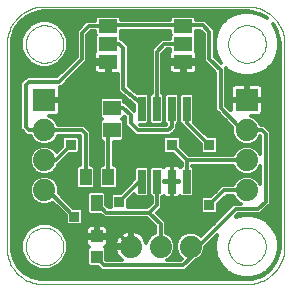
<source format=gtl>
G75*
G70*
%OFA0B0*%
%FSLAX24Y24*%
%IPPOS*%
%LPD*%
%AMOC8*
5,1,8,0,0,1.08239X$1,22.5*
%
%ADD10C,0.0000*%
%ADD11R,0.0740X0.0740*%
%ADD12C,0.0740*%
%ADD13R,0.0394X0.0433*%
%ADD14R,0.0260X0.0800*%
%ADD15R,0.0630X0.0460*%
%ADD16R,0.0394X0.0551*%
%ADD17R,0.0591X0.0512*%
%ADD18C,0.0120*%
%ADD19R,0.0356X0.0356*%
D10*
X000536Y001785D02*
X000534Y001719D01*
X000536Y001653D01*
X000542Y001587D01*
X000551Y001521D01*
X000564Y001456D01*
X000581Y001391D01*
X000601Y001328D01*
X000625Y001266D01*
X000652Y001206D01*
X000683Y001147D01*
X000717Y001089D01*
X000754Y001034D01*
X000794Y000981D01*
X000837Y000931D01*
X000882Y000882D01*
X000931Y000837D01*
X000981Y000794D01*
X001034Y000754D01*
X001089Y000717D01*
X001147Y000683D01*
X001206Y000652D01*
X001266Y000625D01*
X001328Y000601D01*
X001391Y000581D01*
X001456Y000564D01*
X001521Y000551D01*
X001587Y000542D01*
X001653Y000536D01*
X001719Y000534D01*
X001785Y000536D01*
X001785Y000535D02*
X008535Y000535D01*
X008603Y000537D01*
X008670Y000542D01*
X008737Y000551D01*
X008804Y000564D01*
X008869Y000581D01*
X008934Y000600D01*
X008998Y000624D01*
X009060Y000651D01*
X009121Y000681D01*
X009179Y000714D01*
X009236Y000750D01*
X009291Y000790D01*
X009344Y000832D01*
X009395Y000878D01*
X009442Y000925D01*
X009488Y000976D01*
X009530Y001029D01*
X009570Y001084D01*
X009606Y001141D01*
X009639Y001199D01*
X009669Y001260D01*
X009696Y001322D01*
X009720Y001386D01*
X009739Y001451D01*
X009756Y001516D01*
X009769Y001583D01*
X009778Y001650D01*
X009783Y001717D01*
X009785Y001785D01*
X009785Y008535D01*
X009783Y008603D01*
X009778Y008670D01*
X009769Y008737D01*
X009756Y008804D01*
X009739Y008869D01*
X009720Y008934D01*
X009696Y008998D01*
X009669Y009060D01*
X009639Y009121D01*
X009606Y009179D01*
X009570Y009236D01*
X009530Y009291D01*
X009488Y009344D01*
X009442Y009395D01*
X009395Y009442D01*
X009344Y009488D01*
X009291Y009530D01*
X009236Y009570D01*
X009179Y009606D01*
X009121Y009639D01*
X009060Y009669D01*
X008998Y009696D01*
X008934Y009720D01*
X008869Y009739D01*
X008804Y009756D01*
X008737Y009769D01*
X008670Y009778D01*
X008603Y009783D01*
X008535Y009785D01*
X001785Y009785D01*
X001160Y008535D02*
X001162Y008585D01*
X001168Y008634D01*
X001178Y008683D01*
X001191Y008730D01*
X001209Y008777D01*
X001230Y008822D01*
X001254Y008865D01*
X001282Y008906D01*
X001313Y008945D01*
X001347Y008981D01*
X001384Y009015D01*
X001424Y009045D01*
X001465Y009072D01*
X001509Y009096D01*
X001554Y009116D01*
X001601Y009132D01*
X001649Y009145D01*
X001698Y009154D01*
X001748Y009159D01*
X001797Y009160D01*
X001847Y009157D01*
X001896Y009150D01*
X001945Y009139D01*
X001992Y009125D01*
X002038Y009106D01*
X002083Y009084D01*
X002126Y009059D01*
X002166Y009030D01*
X002204Y008998D01*
X002240Y008964D01*
X002273Y008926D01*
X002302Y008886D01*
X002328Y008844D01*
X002351Y008800D01*
X002370Y008754D01*
X002386Y008707D01*
X002398Y008658D01*
X002406Y008609D01*
X002410Y008560D01*
X002410Y008510D01*
X002406Y008461D01*
X002398Y008412D01*
X002386Y008363D01*
X002370Y008316D01*
X002351Y008270D01*
X002328Y008226D01*
X002302Y008184D01*
X002273Y008144D01*
X002240Y008106D01*
X002204Y008072D01*
X002166Y008040D01*
X002126Y008011D01*
X002083Y007986D01*
X002038Y007964D01*
X001992Y007945D01*
X001945Y007931D01*
X001896Y007920D01*
X001847Y007913D01*
X001797Y007910D01*
X001748Y007911D01*
X001698Y007916D01*
X001649Y007925D01*
X001601Y007938D01*
X001554Y007954D01*
X001509Y007974D01*
X001465Y007998D01*
X001424Y008025D01*
X001384Y008055D01*
X001347Y008089D01*
X001313Y008125D01*
X001282Y008164D01*
X001254Y008205D01*
X001230Y008248D01*
X001209Y008293D01*
X001191Y008340D01*
X001178Y008387D01*
X001168Y008436D01*
X001162Y008485D01*
X001160Y008535D01*
X000535Y008535D02*
X000535Y001785D01*
X001160Y001785D02*
X001162Y001835D01*
X001168Y001884D01*
X001178Y001933D01*
X001191Y001980D01*
X001209Y002027D01*
X001230Y002072D01*
X001254Y002115D01*
X001282Y002156D01*
X001313Y002195D01*
X001347Y002231D01*
X001384Y002265D01*
X001424Y002295D01*
X001465Y002322D01*
X001509Y002346D01*
X001554Y002366D01*
X001601Y002382D01*
X001649Y002395D01*
X001698Y002404D01*
X001748Y002409D01*
X001797Y002410D01*
X001847Y002407D01*
X001896Y002400D01*
X001945Y002389D01*
X001992Y002375D01*
X002038Y002356D01*
X002083Y002334D01*
X002126Y002309D01*
X002166Y002280D01*
X002204Y002248D01*
X002240Y002214D01*
X002273Y002176D01*
X002302Y002136D01*
X002328Y002094D01*
X002351Y002050D01*
X002370Y002004D01*
X002386Y001957D01*
X002398Y001908D01*
X002406Y001859D01*
X002410Y001810D01*
X002410Y001760D01*
X002406Y001711D01*
X002398Y001662D01*
X002386Y001613D01*
X002370Y001566D01*
X002351Y001520D01*
X002328Y001476D01*
X002302Y001434D01*
X002273Y001394D01*
X002240Y001356D01*
X002204Y001322D01*
X002166Y001290D01*
X002126Y001261D01*
X002083Y001236D01*
X002038Y001214D01*
X001992Y001195D01*
X001945Y001181D01*
X001896Y001170D01*
X001847Y001163D01*
X001797Y001160D01*
X001748Y001161D01*
X001698Y001166D01*
X001649Y001175D01*
X001601Y001188D01*
X001554Y001204D01*
X001509Y001224D01*
X001465Y001248D01*
X001424Y001275D01*
X001384Y001305D01*
X001347Y001339D01*
X001313Y001375D01*
X001282Y001414D01*
X001254Y001455D01*
X001230Y001498D01*
X001209Y001543D01*
X001191Y001590D01*
X001178Y001637D01*
X001168Y001686D01*
X001162Y001735D01*
X001160Y001785D01*
X000535Y008535D02*
X000537Y008603D01*
X000542Y008670D01*
X000551Y008737D01*
X000564Y008804D01*
X000581Y008869D01*
X000600Y008934D01*
X000624Y008998D01*
X000651Y009060D01*
X000681Y009121D01*
X000714Y009179D01*
X000750Y009236D01*
X000790Y009291D01*
X000832Y009344D01*
X000878Y009395D01*
X000925Y009442D01*
X000976Y009488D01*
X001029Y009530D01*
X001084Y009570D01*
X001141Y009606D01*
X001199Y009639D01*
X001260Y009669D01*
X001322Y009696D01*
X001386Y009720D01*
X001451Y009739D01*
X001516Y009756D01*
X001583Y009769D01*
X001650Y009778D01*
X001717Y009783D01*
X001785Y009785D01*
X007910Y008535D02*
X007912Y008585D01*
X007918Y008634D01*
X007928Y008683D01*
X007941Y008730D01*
X007959Y008777D01*
X007980Y008822D01*
X008004Y008865D01*
X008032Y008906D01*
X008063Y008945D01*
X008097Y008981D01*
X008134Y009015D01*
X008174Y009045D01*
X008215Y009072D01*
X008259Y009096D01*
X008304Y009116D01*
X008351Y009132D01*
X008399Y009145D01*
X008448Y009154D01*
X008498Y009159D01*
X008547Y009160D01*
X008597Y009157D01*
X008646Y009150D01*
X008695Y009139D01*
X008742Y009125D01*
X008788Y009106D01*
X008833Y009084D01*
X008876Y009059D01*
X008916Y009030D01*
X008954Y008998D01*
X008990Y008964D01*
X009023Y008926D01*
X009052Y008886D01*
X009078Y008844D01*
X009101Y008800D01*
X009120Y008754D01*
X009136Y008707D01*
X009148Y008658D01*
X009156Y008609D01*
X009160Y008560D01*
X009160Y008510D01*
X009156Y008461D01*
X009148Y008412D01*
X009136Y008363D01*
X009120Y008316D01*
X009101Y008270D01*
X009078Y008226D01*
X009052Y008184D01*
X009023Y008144D01*
X008990Y008106D01*
X008954Y008072D01*
X008916Y008040D01*
X008876Y008011D01*
X008833Y007986D01*
X008788Y007964D01*
X008742Y007945D01*
X008695Y007931D01*
X008646Y007920D01*
X008597Y007913D01*
X008547Y007910D01*
X008498Y007911D01*
X008448Y007916D01*
X008399Y007925D01*
X008351Y007938D01*
X008304Y007954D01*
X008259Y007974D01*
X008215Y007998D01*
X008174Y008025D01*
X008134Y008055D01*
X008097Y008089D01*
X008063Y008125D01*
X008032Y008164D01*
X008004Y008205D01*
X007980Y008248D01*
X007959Y008293D01*
X007941Y008340D01*
X007928Y008387D01*
X007918Y008436D01*
X007912Y008485D01*
X007910Y008535D01*
X007910Y001785D02*
X007912Y001835D01*
X007918Y001884D01*
X007928Y001933D01*
X007941Y001980D01*
X007959Y002027D01*
X007980Y002072D01*
X008004Y002115D01*
X008032Y002156D01*
X008063Y002195D01*
X008097Y002231D01*
X008134Y002265D01*
X008174Y002295D01*
X008215Y002322D01*
X008259Y002346D01*
X008304Y002366D01*
X008351Y002382D01*
X008399Y002395D01*
X008448Y002404D01*
X008498Y002409D01*
X008547Y002410D01*
X008597Y002407D01*
X008646Y002400D01*
X008695Y002389D01*
X008742Y002375D01*
X008788Y002356D01*
X008833Y002334D01*
X008876Y002309D01*
X008916Y002280D01*
X008954Y002248D01*
X008990Y002214D01*
X009023Y002176D01*
X009052Y002136D01*
X009078Y002094D01*
X009101Y002050D01*
X009120Y002004D01*
X009136Y001957D01*
X009148Y001908D01*
X009156Y001859D01*
X009160Y001810D01*
X009160Y001760D01*
X009156Y001711D01*
X009148Y001662D01*
X009136Y001613D01*
X009120Y001566D01*
X009101Y001520D01*
X009078Y001476D01*
X009052Y001434D01*
X009023Y001394D01*
X008990Y001356D01*
X008954Y001322D01*
X008916Y001290D01*
X008876Y001261D01*
X008833Y001236D01*
X008788Y001214D01*
X008742Y001195D01*
X008695Y001181D01*
X008646Y001170D01*
X008597Y001163D01*
X008547Y001160D01*
X008498Y001161D01*
X008448Y001166D01*
X008399Y001175D01*
X008351Y001188D01*
X008304Y001204D01*
X008259Y001224D01*
X008215Y001248D01*
X008174Y001275D01*
X008134Y001305D01*
X008097Y001339D01*
X008063Y001375D01*
X008032Y001414D01*
X008004Y001455D01*
X007980Y001498D01*
X007959Y001543D01*
X007941Y001590D01*
X007928Y001637D01*
X007918Y001686D01*
X007912Y001735D01*
X007910Y001785D01*
D11*
X008535Y006660D03*
X001785Y006660D03*
D12*
X001785Y005660D03*
X001785Y004660D03*
X001785Y003660D03*
X004660Y001785D03*
X005660Y001785D03*
X006660Y001785D03*
X008535Y003660D03*
X008535Y004660D03*
X008535Y005660D03*
D13*
X003535Y002120D03*
X003535Y001450D03*
D14*
X005035Y003950D03*
X005535Y003950D03*
X006035Y003950D03*
X006535Y003950D03*
X006535Y006370D03*
X006035Y006370D03*
X005535Y006370D03*
X005035Y006370D03*
D15*
X003910Y007935D03*
X003910Y008535D03*
X003910Y009135D03*
X006410Y009135D03*
X006410Y008535D03*
X006410Y007935D03*
D16*
X003909Y004093D03*
X003161Y004093D03*
X003535Y003227D03*
D17*
X004035Y005661D03*
X004035Y006409D03*
D18*
X001607Y001009D02*
X000995Y001009D01*
X000901Y001103D02*
X000762Y001354D01*
X000697Y001633D01*
X000695Y001764D01*
X000695Y001781D01*
X000698Y001843D01*
X000695Y001846D01*
X000695Y008535D01*
X000708Y008706D01*
X000814Y009030D01*
X001014Y009306D01*
X001290Y009506D01*
X001614Y009612D01*
X001785Y009625D01*
X008535Y009625D01*
X008706Y009612D01*
X009030Y009506D01*
X009190Y009390D01*
X008947Y009530D01*
X008676Y009603D01*
X008394Y009603D01*
X008123Y009530D01*
X007879Y009389D01*
X007681Y009191D01*
X007540Y008947D01*
X007467Y008676D01*
X007467Y008394D01*
X007540Y008123D01*
X007661Y007914D01*
X007465Y008110D01*
X007465Y009010D01*
X007135Y009340D01*
X006845Y009340D01*
X006845Y009415D01*
X006775Y009485D01*
X006045Y009485D01*
X005975Y009415D01*
X005975Y009340D01*
X004345Y009340D01*
X004345Y009415D01*
X004275Y009485D01*
X003545Y009485D01*
X003475Y009415D01*
X003475Y009315D01*
X003185Y009315D01*
X003080Y009210D01*
X003080Y009210D01*
X002855Y008985D01*
X002855Y008110D01*
X002210Y007465D01*
X001210Y007465D01*
X001085Y007340D01*
X000980Y007235D01*
X000980Y005710D01*
X001105Y005585D01*
X001210Y005480D01*
X001329Y005480D01*
X001370Y005382D01*
X001507Y005245D01*
X001688Y005170D01*
X001882Y005170D01*
X002063Y005245D01*
X002200Y005382D01*
X002241Y005480D01*
X002961Y005480D01*
X002981Y005460D01*
X002981Y004489D01*
X002914Y004489D01*
X002844Y004418D01*
X002844Y003768D01*
X002914Y003697D01*
X003408Y003697D01*
X003478Y003768D01*
X003478Y004418D01*
X003408Y004489D01*
X003341Y004489D01*
X003341Y005610D01*
X003111Y005840D01*
X002241Y005840D01*
X002200Y005938D01*
X002063Y006075D01*
X001931Y006130D01*
X002176Y006130D01*
X002217Y006141D01*
X002253Y006162D01*
X002283Y006192D01*
X002304Y006228D01*
X002315Y006269D01*
X002315Y006620D01*
X001825Y006620D01*
X001825Y006700D01*
X002315Y006700D01*
X002315Y007051D01*
X002304Y007092D01*
X002296Y007105D01*
X002360Y007105D01*
X002465Y007210D01*
X003215Y007960D01*
X003215Y008835D01*
X003335Y008955D01*
X003475Y008955D01*
X003475Y008855D01*
X003495Y008835D01*
X003475Y008815D01*
X003475Y008271D01*
X003467Y008263D01*
X003446Y008227D01*
X003435Y008186D01*
X003435Y007990D01*
X003855Y007990D01*
X003855Y007880D01*
X003965Y007880D01*
X003965Y007545D01*
X004230Y007545D01*
X004230Y007098D01*
X004223Y007089D01*
X004230Y007025D01*
X004230Y006960D01*
X004238Y006952D01*
X004239Y006941D01*
X004290Y006901D01*
X004335Y006855D01*
X004347Y006855D01*
X004785Y006504D01*
X004785Y006290D01*
X004590Y006485D01*
X004485Y006590D01*
X004450Y006590D01*
X004450Y006715D01*
X004380Y006785D01*
X003690Y006785D01*
X003620Y006715D01*
X003620Y006103D01*
X003688Y006035D01*
X003620Y005967D01*
X003620Y005355D01*
X003690Y005285D01*
X003729Y005285D01*
X003729Y004489D01*
X003662Y004489D01*
X003592Y004418D01*
X003592Y003768D01*
X003662Y003697D01*
X004156Y003697D01*
X004226Y003768D01*
X004226Y004418D01*
X004156Y004489D01*
X004089Y004489D01*
X004089Y005285D01*
X004380Y005285D01*
X004450Y005355D01*
X004450Y005967D01*
X004382Y006035D01*
X004450Y006103D01*
X004450Y006115D01*
X004480Y006085D01*
X004480Y005835D01*
X004585Y005730D01*
X004835Y005480D01*
X005985Y005480D01*
X006090Y005585D01*
X006215Y005710D01*
X006215Y005850D01*
X006285Y005920D01*
X006355Y005850D01*
X006355Y005835D01*
X006460Y005730D01*
X006460Y005730D01*
X006987Y005204D01*
X006987Y004932D01*
X007057Y004862D01*
X007513Y004862D01*
X007583Y004932D01*
X007583Y005388D01*
X007513Y005458D01*
X007241Y005458D01*
X006782Y005917D01*
X006785Y005920D01*
X006785Y006820D01*
X006715Y006890D01*
X006355Y006890D01*
X006285Y006820D01*
X006285Y005920D01*
X006285Y006820D01*
X006215Y006890D01*
X005855Y006890D01*
X005785Y006820D01*
X005715Y006890D01*
X005715Y008210D01*
X005860Y008355D01*
X005975Y008355D01*
X005975Y008271D01*
X005967Y008263D01*
X005946Y008227D01*
X005935Y008186D01*
X005935Y007990D01*
X006355Y007990D01*
X006355Y007880D01*
X006465Y007880D01*
X006465Y007990D01*
X006885Y007990D01*
X006885Y008186D01*
X006874Y008227D01*
X006853Y008263D01*
X006845Y008271D01*
X006845Y008815D01*
X006825Y008835D01*
X006845Y008855D01*
X006845Y008980D01*
X006985Y008980D01*
X007105Y008860D01*
X007105Y007960D01*
X007210Y007855D01*
X007480Y007585D01*
X007480Y006335D01*
X007585Y006230D01*
X008049Y005767D01*
X008045Y005757D01*
X008045Y005563D01*
X008120Y005382D01*
X008257Y005245D01*
X008438Y005170D01*
X008632Y005170D01*
X008813Y005245D01*
X008950Y005382D01*
X008980Y005454D01*
X008980Y004866D01*
X008950Y004938D01*
X008813Y005075D01*
X008632Y005150D01*
X008438Y005150D01*
X008257Y005075D01*
X008120Y004938D01*
X008079Y004840D01*
X006610Y004840D01*
X006333Y005116D01*
X006333Y005388D01*
X006263Y005458D01*
X005807Y005458D01*
X005737Y005388D01*
X005737Y004932D01*
X005807Y004862D01*
X006079Y004862D01*
X006355Y004585D01*
X006355Y004470D01*
X006308Y004423D01*
X006293Y004448D01*
X006263Y004478D01*
X006227Y004499D01*
X006186Y004510D01*
X006040Y004510D01*
X006040Y003955D01*
X006030Y003955D01*
X006030Y004510D01*
X005884Y004510D01*
X005843Y004499D01*
X005807Y004478D01*
X005777Y004448D01*
X005762Y004423D01*
X005715Y004470D01*
X005355Y004470D01*
X005285Y004400D01*
X005215Y004470D01*
X004855Y004470D01*
X004785Y004400D01*
X004785Y004040D01*
X004329Y003583D01*
X004057Y003583D01*
X003987Y003513D01*
X003987Y003090D01*
X003926Y003090D01*
X003852Y003165D01*
X003852Y003552D01*
X003782Y003623D01*
X003288Y003623D01*
X003218Y003552D01*
X003218Y002902D01*
X003288Y002831D01*
X003676Y002831D01*
X003777Y002730D01*
X005210Y002730D01*
X005480Y002460D01*
X005480Y002241D01*
X005382Y002200D01*
X005245Y002063D01*
X005178Y001902D01*
X005177Y001909D01*
X005151Y001988D01*
X005113Y002063D01*
X005064Y002130D01*
X005005Y002189D01*
X004938Y002238D01*
X004863Y002276D01*
X004784Y002302D01*
X004702Y002315D01*
X004700Y002315D01*
X004700Y001825D01*
X004620Y001825D01*
X004620Y002315D01*
X004618Y002315D01*
X004536Y002302D01*
X004457Y002276D01*
X004382Y002238D01*
X004315Y002189D01*
X004256Y002130D01*
X004207Y002063D01*
X004169Y001988D01*
X004143Y001909D01*
X004130Y001827D01*
X004130Y001825D01*
X004620Y001825D01*
X004620Y001745D01*
X004130Y001745D01*
X004130Y001743D01*
X004143Y001661D01*
X004169Y001582D01*
X004207Y001507D01*
X004256Y001440D01*
X004315Y001381D01*
X004371Y001340D01*
X003860Y001340D01*
X003852Y001348D01*
X003852Y001717D01*
X003807Y001762D01*
X003830Y001775D01*
X003860Y001805D01*
X003881Y001841D01*
X003892Y001882D01*
X003892Y002081D01*
X003573Y002081D01*
X003573Y002158D01*
X003497Y002158D01*
X003497Y002496D01*
X003317Y002496D01*
X003276Y002485D01*
X003240Y002464D01*
X003210Y002434D01*
X003189Y002398D01*
X003178Y002357D01*
X003178Y002158D01*
X003497Y002158D01*
X003497Y002081D01*
X003178Y002081D01*
X003178Y001882D01*
X003189Y001841D01*
X003210Y001805D01*
X003240Y001775D01*
X003263Y001762D01*
X003218Y001717D01*
X003218Y001184D01*
X003288Y001114D01*
X003577Y001114D01*
X003605Y001085D01*
X003710Y000980D01*
X006485Y000980D01*
X006735Y001230D01*
X006829Y001325D01*
X006938Y001370D01*
X007075Y001507D01*
X007150Y001688D01*
X007150Y001770D01*
X007538Y002158D01*
X007475Y001925D01*
X007475Y001645D01*
X007547Y001376D01*
X007687Y001134D01*
X007884Y000937D01*
X008126Y000797D01*
X008395Y000725D01*
X008675Y000725D01*
X008944Y000797D01*
X009186Y000937D01*
X009383Y001134D01*
X009523Y001376D01*
X009595Y001645D01*
X009595Y001925D01*
X009523Y002194D01*
X009625Y002194D01*
X009523Y002194D02*
X009383Y002436D01*
X009186Y002633D01*
X008944Y002773D01*
X008675Y002845D01*
X008395Y002845D01*
X008162Y002782D01*
X008235Y002855D01*
X008985Y002855D01*
X009340Y003210D01*
X009340Y005610D01*
X009235Y005715D01*
X009110Y005840D01*
X008991Y005840D01*
X008950Y005938D01*
X008813Y006075D01*
X008681Y006130D01*
X008926Y006130D01*
X008967Y006141D01*
X009003Y006162D01*
X009033Y006192D01*
X009054Y006228D01*
X009065Y006269D01*
X009065Y006620D01*
X008575Y006620D01*
X008575Y006700D01*
X008495Y006700D01*
X008495Y007190D01*
X008144Y007190D01*
X008103Y007179D01*
X008067Y007158D01*
X008037Y007128D01*
X008016Y007092D01*
X008005Y007051D01*
X008005Y006700D01*
X008495Y006700D01*
X008495Y006620D01*
X008005Y006620D01*
X008005Y006320D01*
X007840Y006485D01*
X007840Y007720D01*
X007879Y007681D01*
X008123Y007540D01*
X008394Y007467D01*
X008676Y007467D01*
X008947Y007540D01*
X009191Y007681D01*
X009389Y007879D01*
X009530Y008123D01*
X009603Y008394D01*
X009603Y008676D01*
X009530Y008947D01*
X009390Y009190D01*
X009506Y009030D01*
X009612Y008706D01*
X009625Y008535D01*
X009625Y001785D01*
X009612Y001614D01*
X009506Y001290D01*
X009306Y001014D01*
X009030Y000814D01*
X008706Y000708D01*
X008535Y000695D01*
X001846Y000695D01*
X001843Y000698D01*
X001781Y000695D01*
X001764Y000695D01*
X001633Y000697D01*
X001354Y000762D01*
X001103Y000901D01*
X000901Y001103D01*
X000887Y001128D02*
X001332Y001128D01*
X001340Y001120D02*
X001629Y001000D01*
X001941Y001000D01*
X002230Y001120D01*
X002450Y001340D01*
X002570Y001629D01*
X002570Y001941D01*
X002450Y002230D01*
X002230Y002450D01*
X001941Y002570D01*
X001629Y002570D01*
X001340Y002450D01*
X001120Y002230D01*
X001000Y001941D01*
X001000Y001629D01*
X001120Y001340D01*
X001340Y001120D01*
X001214Y001246D02*
X000821Y001246D01*
X000759Y001365D02*
X001109Y001365D01*
X001060Y001483D02*
X000732Y001483D01*
X000705Y001602D02*
X001011Y001602D01*
X001000Y001720D02*
X000696Y001720D01*
X000698Y001839D02*
X001000Y001839D01*
X001007Y001957D02*
X000695Y001957D01*
X000695Y002076D02*
X001056Y002076D01*
X001105Y002194D02*
X000695Y002194D01*
X000695Y002313D02*
X001202Y002313D01*
X001321Y002431D02*
X000695Y002431D01*
X000695Y002550D02*
X001579Y002550D01*
X001991Y002550D02*
X002495Y002550D01*
X002487Y002557D02*
X002557Y002487D01*
X003013Y002487D01*
X003083Y002557D01*
X003083Y003013D01*
X003013Y003083D01*
X002741Y003083D01*
X002271Y003553D01*
X002275Y003563D01*
X002275Y003757D01*
X002200Y003938D01*
X002063Y004075D01*
X001882Y004150D01*
X001688Y004150D01*
X001507Y004075D01*
X001370Y003938D01*
X001295Y003757D01*
X001295Y003563D01*
X001370Y003382D01*
X001507Y003245D01*
X001688Y003170D01*
X001882Y003170D01*
X002063Y003245D01*
X002067Y003249D01*
X002487Y002829D01*
X002487Y002557D01*
X002487Y002668D02*
X000695Y002668D01*
X000695Y002787D02*
X002487Y002787D01*
X002410Y002905D02*
X000695Y002905D01*
X000695Y003024D02*
X002292Y003024D01*
X002173Y003142D02*
X000695Y003142D01*
X000695Y003261D02*
X001492Y003261D01*
X001373Y003379D02*
X000695Y003379D01*
X000695Y003498D02*
X001322Y003498D01*
X001295Y003616D02*
X000695Y003616D01*
X000695Y003735D02*
X001295Y003735D01*
X001335Y003853D02*
X000695Y003853D01*
X000695Y003972D02*
X001404Y003972D01*
X001543Y004090D02*
X000695Y004090D01*
X000695Y004209D02*
X001595Y004209D01*
X001507Y004245D02*
X001688Y004170D01*
X001882Y004170D01*
X002063Y004245D01*
X002200Y004382D01*
X002245Y004491D01*
X002616Y004862D01*
X002888Y004862D01*
X002958Y004932D01*
X002958Y005388D01*
X002888Y005458D01*
X002432Y005458D01*
X002362Y005388D01*
X002362Y005116D01*
X002192Y004946D01*
X002063Y005075D01*
X001882Y005150D01*
X001688Y005150D01*
X001507Y005075D01*
X001370Y004938D01*
X001295Y004757D01*
X001295Y004563D01*
X001370Y004382D01*
X001507Y004245D01*
X001425Y004327D02*
X000695Y004327D01*
X000695Y004446D02*
X001343Y004446D01*
X001295Y004564D02*
X000695Y004564D01*
X000695Y004683D02*
X001295Y004683D01*
X001313Y004801D02*
X000695Y004801D01*
X000695Y004920D02*
X001362Y004920D01*
X001470Y005038D02*
X000695Y005038D01*
X000695Y005157D02*
X002362Y005157D01*
X002283Y005038D02*
X002100Y005038D01*
X002093Y005275D02*
X002362Y005275D01*
X002368Y005394D02*
X002205Y005394D01*
X002229Y005868D02*
X003620Y005868D01*
X003620Y005749D02*
X003202Y005749D01*
X003320Y005631D02*
X003620Y005631D01*
X003620Y005512D02*
X003341Y005512D01*
X003341Y005394D02*
X003620Y005394D01*
X003729Y005275D02*
X003341Y005275D01*
X003341Y005157D02*
X003729Y005157D01*
X003729Y005038D02*
X003341Y005038D01*
X003341Y004920D02*
X003729Y004920D01*
X003729Y004801D02*
X003341Y004801D01*
X003341Y004683D02*
X003729Y004683D01*
X003729Y004564D02*
X003341Y004564D01*
X003451Y004446D02*
X003619Y004446D01*
X003592Y004327D02*
X003478Y004327D01*
X003478Y004209D02*
X003592Y004209D01*
X003592Y004090D02*
X003478Y004090D01*
X003478Y003972D02*
X003592Y003972D01*
X003592Y003853D02*
X003478Y003853D01*
X003445Y003735D02*
X003625Y003735D01*
X003788Y003616D02*
X004361Y003616D01*
X004480Y003735D02*
X004193Y003735D01*
X004226Y003853D02*
X004598Y003853D01*
X004717Y003972D02*
X004226Y003972D01*
X004226Y004090D02*
X004785Y004090D01*
X004785Y004209D02*
X004226Y004209D01*
X004226Y004327D02*
X004785Y004327D01*
X004831Y004446D02*
X004199Y004446D01*
X004089Y004564D02*
X006355Y004564D01*
X006331Y004446D02*
X006295Y004446D01*
X006258Y004683D02*
X004089Y004683D01*
X004089Y004801D02*
X006139Y004801D01*
X006412Y005038D02*
X006987Y005038D01*
X006987Y005157D02*
X006333Y005157D01*
X006333Y005275D02*
X006915Y005275D01*
X006797Y005394D02*
X006327Y005394D01*
X006135Y005631D02*
X006560Y005631D01*
X006441Y005749D02*
X006215Y005749D01*
X006232Y005868D02*
X006338Y005868D01*
X006285Y005986D02*
X006285Y005986D01*
X006285Y006105D02*
X006285Y006105D01*
X006285Y006223D02*
X006285Y006223D01*
X006285Y006342D02*
X006285Y006342D01*
X006285Y006460D02*
X006285Y006460D01*
X006285Y006579D02*
X006285Y006579D01*
X006285Y006697D02*
X006285Y006697D01*
X006285Y006816D02*
X006285Y006816D01*
X005785Y006816D02*
X005785Y006816D01*
X005785Y006820D02*
X005785Y005920D01*
X005715Y005850D01*
X005355Y005850D01*
X005285Y005920D01*
X005285Y006820D01*
X005355Y006890D01*
X005355Y008360D01*
X005460Y008465D01*
X005710Y008715D01*
X005975Y008715D01*
X005975Y008815D01*
X005995Y008835D01*
X005975Y008855D01*
X005975Y008980D01*
X004345Y008980D01*
X004345Y008855D01*
X004325Y008835D01*
X004345Y008815D01*
X004345Y008715D01*
X004360Y008715D01*
X004485Y008590D01*
X004590Y008485D01*
X004590Y007122D01*
X004879Y006890D01*
X005215Y006890D01*
X005285Y006820D01*
X005285Y005920D01*
X005215Y005850D01*
X004975Y005850D01*
X004985Y005840D01*
X005835Y005840D01*
X005850Y005855D01*
X005785Y005920D01*
X005785Y006820D01*
X005715Y006934D02*
X007480Y006934D01*
X007480Y006816D02*
X006785Y006816D01*
X006785Y006697D02*
X007480Y006697D01*
X007480Y006579D02*
X006785Y006579D01*
X006785Y006460D02*
X007480Y006460D01*
X007480Y006342D02*
X006785Y006342D01*
X006785Y006223D02*
X007592Y006223D01*
X007711Y006105D02*
X006785Y006105D01*
X006785Y005986D02*
X007829Y005986D01*
X007948Y005868D02*
X006832Y005868D01*
X006951Y005749D02*
X008045Y005749D01*
X008045Y005631D02*
X007069Y005631D01*
X007188Y005512D02*
X008066Y005512D01*
X008115Y005394D02*
X007577Y005394D01*
X007583Y005275D02*
X008227Y005275D01*
X008220Y005038D02*
X007583Y005038D01*
X007583Y005157D02*
X008980Y005157D01*
X008980Y005038D02*
X008850Y005038D01*
X008958Y004920D02*
X008980Y004920D01*
X009340Y004920D02*
X009625Y004920D01*
X009625Y005038D02*
X009340Y005038D01*
X009340Y005157D02*
X009625Y005157D01*
X009625Y005275D02*
X009340Y005275D01*
X009340Y005394D02*
X009625Y005394D01*
X009625Y005512D02*
X009340Y005512D01*
X009319Y005631D02*
X009625Y005631D01*
X009625Y005749D02*
X009201Y005749D01*
X009035Y005660D02*
X009160Y005535D01*
X009160Y003285D01*
X008910Y003035D01*
X008160Y003035D01*
X006910Y001785D01*
X006660Y001785D01*
X006660Y001410D01*
X006410Y001160D01*
X003785Y001160D01*
X003535Y001410D01*
X003535Y001450D01*
X003852Y001483D02*
X004224Y001483D01*
X004162Y001602D02*
X003852Y001602D01*
X003848Y001720D02*
X004134Y001720D01*
X004132Y001839D02*
X003879Y001839D01*
X003892Y001957D02*
X004159Y001957D01*
X004216Y002076D02*
X003892Y002076D01*
X003892Y002158D02*
X003892Y002357D01*
X003881Y002398D01*
X003860Y002434D01*
X003830Y002464D01*
X003794Y002485D01*
X003753Y002496D01*
X003573Y002496D01*
X003573Y002158D01*
X003892Y002158D01*
X003892Y002194D02*
X004321Y002194D01*
X004325Y002120D02*
X004660Y001785D01*
X004620Y001839D02*
X004700Y001839D01*
X004700Y001957D02*
X004620Y001957D01*
X004620Y002076D02*
X004700Y002076D01*
X004700Y002194D02*
X004620Y002194D01*
X004620Y002313D02*
X004700Y002313D01*
X004717Y002313D02*
X005480Y002313D01*
X005480Y002431D02*
X003862Y002431D01*
X003892Y002313D02*
X004603Y002313D01*
X004325Y002120D02*
X003535Y002120D01*
X003497Y002194D02*
X003573Y002194D01*
X003573Y002313D02*
X003497Y002313D01*
X003497Y002431D02*
X003573Y002431D01*
X003208Y002431D02*
X002249Y002431D01*
X002368Y002313D02*
X003178Y002313D01*
X003178Y002194D02*
X002465Y002194D01*
X002514Y002076D02*
X003178Y002076D01*
X003178Y001957D02*
X002563Y001957D01*
X002570Y001839D02*
X003191Y001839D01*
X003222Y001720D02*
X002570Y001720D01*
X002559Y001602D02*
X003218Y001602D01*
X003218Y001483D02*
X002510Y001483D01*
X002461Y001365D02*
X003218Y001365D01*
X003218Y001246D02*
X002356Y001246D01*
X002238Y001128D02*
X003275Y001128D01*
X003681Y001009D02*
X001963Y001009D01*
X001354Y000762D02*
X001354Y000762D01*
X001335Y000772D02*
X008220Y000772D01*
X007964Y000891D02*
X001121Y000891D01*
X002785Y002785D02*
X001910Y003660D01*
X001785Y003660D01*
X002166Y003972D02*
X002844Y003972D01*
X002844Y004090D02*
X002027Y004090D01*
X001975Y004209D02*
X002844Y004209D01*
X002844Y004327D02*
X002145Y004327D01*
X002227Y004446D02*
X002871Y004446D01*
X002981Y004564D02*
X002319Y004564D01*
X002437Y004683D02*
X002981Y004683D01*
X002981Y004801D02*
X002556Y004801D01*
X002660Y005160D02*
X002160Y004660D01*
X001785Y004660D01*
X001477Y005275D02*
X000695Y005275D01*
X000695Y005394D02*
X001365Y005394D01*
X001178Y005512D02*
X000695Y005512D01*
X000695Y005631D02*
X001060Y005631D01*
X000980Y005749D02*
X000695Y005749D01*
X000695Y005868D02*
X000980Y005868D01*
X000980Y005986D02*
X000695Y005986D01*
X000695Y006105D02*
X000980Y006105D01*
X000980Y006223D02*
X000695Y006223D01*
X000695Y006342D02*
X000980Y006342D01*
X000980Y006460D02*
X000695Y006460D01*
X000695Y006579D02*
X000980Y006579D01*
X000980Y006697D02*
X000695Y006697D01*
X000695Y006816D02*
X000980Y006816D01*
X000980Y006934D02*
X000695Y006934D01*
X000695Y007053D02*
X000980Y007053D01*
X000980Y007171D02*
X000695Y007171D01*
X000695Y007290D02*
X001035Y007290D01*
X001153Y007408D02*
X000695Y007408D01*
X000695Y007527D02*
X002272Y007527D01*
X002390Y007645D02*
X000695Y007645D01*
X000695Y007764D02*
X001596Y007764D01*
X001629Y007750D02*
X001941Y007750D01*
X002230Y007870D01*
X002450Y008090D01*
X002570Y008379D01*
X002570Y008691D01*
X002450Y008980D01*
X002230Y009200D01*
X001941Y009320D01*
X001629Y009320D01*
X001340Y009200D01*
X001120Y008980D01*
X001000Y008691D01*
X001000Y008379D01*
X001120Y008090D01*
X001340Y007870D01*
X001629Y007750D01*
X001328Y007882D02*
X000695Y007882D01*
X000695Y008001D02*
X001209Y008001D01*
X001108Y008119D02*
X000695Y008119D01*
X000695Y008238D02*
X001059Y008238D01*
X001009Y008356D02*
X000695Y008356D01*
X000695Y008475D02*
X001000Y008475D01*
X001000Y008593D02*
X000700Y008593D01*
X000710Y008712D02*
X001008Y008712D01*
X001058Y008830D02*
X000749Y008830D01*
X000787Y008949D02*
X001107Y008949D01*
X001207Y009067D02*
X000841Y009067D01*
X000927Y009186D02*
X001325Y009186D01*
X001175Y009423D02*
X003483Y009423D01*
X003635Y009135D02*
X003910Y009135D01*
X003935Y009160D01*
X006435Y009160D01*
X006410Y009135D01*
X006435Y009160D02*
X007060Y009160D01*
X007285Y008935D01*
X007285Y008035D01*
X007660Y007660D01*
X007660Y006410D01*
X008285Y005785D01*
X008285Y005660D01*
X008535Y005660D01*
X009035Y005660D01*
X008979Y005868D02*
X009625Y005868D01*
X009625Y005986D02*
X008902Y005986D01*
X008742Y006105D02*
X009625Y006105D01*
X009625Y006223D02*
X009051Y006223D01*
X009065Y006342D02*
X009625Y006342D01*
X009625Y006460D02*
X009065Y006460D01*
X009065Y006579D02*
X009625Y006579D01*
X009625Y006697D02*
X008575Y006697D01*
X008575Y006700D02*
X009065Y006700D01*
X009065Y007051D01*
X009054Y007092D01*
X009033Y007128D01*
X009003Y007158D01*
X008967Y007179D01*
X008926Y007190D01*
X008575Y007190D01*
X008575Y006700D01*
X008495Y006697D02*
X007840Y006697D01*
X007840Y006579D02*
X008005Y006579D01*
X008005Y006460D02*
X007865Y006460D01*
X007983Y006342D02*
X008005Y006342D01*
X008005Y006816D02*
X007840Y006816D01*
X007840Y006934D02*
X008005Y006934D01*
X008005Y007053D02*
X007840Y007053D01*
X007840Y007171D02*
X008089Y007171D01*
X007840Y007290D02*
X009625Y007290D01*
X009625Y007408D02*
X007840Y007408D01*
X007840Y007527D02*
X008173Y007527D01*
X007941Y007645D02*
X007840Y007645D01*
X007480Y007527D02*
X005715Y007527D01*
X005715Y007408D02*
X007480Y007408D01*
X007480Y007290D02*
X005715Y007290D01*
X005715Y007171D02*
X007480Y007171D01*
X007480Y007053D02*
X005715Y007053D01*
X005355Y007053D02*
X004676Y007053D01*
X004590Y007171D02*
X005355Y007171D01*
X005355Y007290D02*
X004590Y007290D01*
X004590Y007408D02*
X005355Y007408D01*
X005355Y007527D02*
X004590Y007527D01*
X004590Y007645D02*
X005355Y007645D01*
X005355Y007764D02*
X004590Y007764D01*
X004590Y007882D02*
X005355Y007882D01*
X005355Y008001D02*
X004590Y008001D01*
X004590Y008119D02*
X005355Y008119D01*
X005355Y008238D02*
X004590Y008238D01*
X004590Y008356D02*
X005355Y008356D01*
X005470Y008475D02*
X004590Y008475D01*
X004482Y008593D02*
X005588Y008593D01*
X005707Y008712D02*
X004363Y008712D01*
X004330Y008830D02*
X005990Y008830D01*
X005975Y008949D02*
X004345Y008949D01*
X004285Y008535D02*
X004410Y008410D01*
X004410Y007035D01*
X005035Y006535D01*
X005035Y006370D01*
X004785Y006342D02*
X004733Y006342D01*
X004785Y006460D02*
X004615Y006460D01*
X004692Y006579D02*
X004496Y006579D01*
X004450Y006697D02*
X004544Y006697D01*
X004396Y006816D02*
X002315Y006816D01*
X002315Y006934D02*
X004248Y006934D01*
X004227Y007053D02*
X002315Y007053D01*
X002426Y007171D02*
X004230Y007171D01*
X004230Y007290D02*
X002544Y007290D01*
X002663Y007408D02*
X004230Y007408D01*
X004230Y007527D02*
X002781Y007527D01*
X002900Y007645D02*
X003445Y007645D01*
X003446Y007643D02*
X003467Y007607D01*
X003497Y007577D01*
X003533Y007556D01*
X003574Y007545D01*
X003855Y007545D01*
X003855Y007880D01*
X003435Y007880D01*
X003435Y007684D01*
X003446Y007643D01*
X003435Y007764D02*
X003018Y007764D01*
X003137Y007882D02*
X003855Y007882D01*
X003910Y007935D02*
X003910Y007160D01*
X003855Y007645D02*
X003965Y007645D01*
X003965Y007764D02*
X003855Y007764D01*
X003435Y008001D02*
X003215Y008001D01*
X003215Y008119D02*
X003435Y008119D01*
X003452Y008238D02*
X003215Y008238D01*
X003215Y008356D02*
X003475Y008356D01*
X003475Y008475D02*
X003215Y008475D01*
X003215Y008593D02*
X003475Y008593D01*
X003475Y008712D02*
X003215Y008712D01*
X003215Y008830D02*
X003490Y008830D01*
X003475Y008949D02*
X003328Y008949D01*
X003260Y009135D02*
X003910Y009135D01*
X004337Y009423D02*
X005983Y009423D01*
X006837Y009423D02*
X007937Y009423D01*
X007794Y009304D02*
X007171Y009304D01*
X007289Y009186D02*
X007678Y009186D01*
X007609Y009067D02*
X007408Y009067D01*
X007465Y008949D02*
X007541Y008949D01*
X007509Y008830D02*
X007465Y008830D01*
X007465Y008712D02*
X007477Y008712D01*
X007465Y008593D02*
X007467Y008593D01*
X007465Y008475D02*
X007467Y008475D01*
X007465Y008356D02*
X007478Y008356D01*
X007465Y008238D02*
X007509Y008238D01*
X007542Y008119D02*
X007465Y008119D01*
X007574Y008001D02*
X007611Y008001D01*
X007302Y007764D02*
X006885Y007764D01*
X006885Y007684D02*
X006885Y007880D01*
X006465Y007880D01*
X006465Y007545D01*
X006746Y007545D01*
X006787Y007556D01*
X006823Y007577D01*
X006853Y007607D01*
X006874Y007643D01*
X006885Y007684D01*
X006875Y007645D02*
X007420Y007645D01*
X007183Y007882D02*
X006465Y007882D01*
X006355Y007882D02*
X005715Y007882D01*
X005715Y007764D02*
X005935Y007764D01*
X005935Y007684D02*
X005946Y007643D01*
X005967Y007607D01*
X005997Y007577D01*
X006033Y007556D01*
X006074Y007545D01*
X006355Y007545D01*
X006355Y007880D01*
X005935Y007880D01*
X005935Y007684D01*
X005945Y007645D02*
X005715Y007645D01*
X005715Y008001D02*
X005935Y008001D01*
X005935Y008119D02*
X005715Y008119D01*
X005742Y008238D02*
X005952Y008238D01*
X005785Y008535D02*
X005535Y008285D01*
X005535Y006370D01*
X005285Y006342D02*
X005285Y006342D01*
X005285Y006460D02*
X005285Y006460D01*
X005285Y006579D02*
X005285Y006579D01*
X005285Y006697D02*
X005285Y006697D01*
X005285Y006816D02*
X005285Y006816D01*
X005355Y006934D02*
X004824Y006934D01*
X004410Y006410D02*
X004036Y006410D01*
X004035Y006409D01*
X004410Y006410D02*
X004660Y006160D01*
X004660Y005910D01*
X004910Y005660D01*
X005910Y005660D01*
X006035Y005785D01*
X006035Y006370D01*
X005785Y006342D02*
X005785Y006342D01*
X005785Y006460D02*
X005785Y006460D01*
X005785Y006579D02*
X005785Y006579D01*
X005785Y006697D02*
X005785Y006697D01*
X005785Y006223D02*
X005785Y006223D01*
X005785Y006105D02*
X005785Y006105D01*
X005785Y005986D02*
X005785Y005986D01*
X005732Y005868D02*
X005838Y005868D01*
X006017Y005512D02*
X006678Y005512D01*
X006535Y005910D02*
X006535Y006370D01*
X006535Y005910D02*
X007285Y005160D01*
X007000Y004920D02*
X006530Y004920D01*
X006535Y004660D02*
X006535Y003950D01*
X006535Y003660D01*
X006785Y003616D02*
X007486Y003616D01*
X007605Y003735D02*
X006785Y003735D01*
X006785Y003853D02*
X008085Y003853D01*
X008079Y003840D02*
X007710Y003840D01*
X007329Y003458D01*
X007057Y003458D01*
X006987Y003388D01*
X006987Y002932D01*
X007057Y002862D01*
X007513Y002862D01*
X007583Y002932D01*
X007583Y003204D01*
X007860Y003480D01*
X008079Y003480D01*
X008120Y003382D01*
X008257Y003245D01*
X008329Y003215D01*
X008085Y003215D01*
X007004Y002134D01*
X006938Y002200D01*
X006757Y002275D01*
X006563Y002275D01*
X006382Y002200D01*
X006245Y002063D01*
X006170Y001882D01*
X006170Y001688D01*
X006245Y001507D01*
X006374Y001378D01*
X006335Y001340D01*
X005866Y001340D01*
X005938Y001370D01*
X006075Y001507D01*
X006150Y001688D01*
X006150Y001882D01*
X006075Y002063D01*
X005938Y002200D01*
X005840Y002241D01*
X005840Y002610D01*
X005735Y002715D01*
X005540Y002910D01*
X005715Y003085D01*
X005715Y003430D01*
X005762Y003477D01*
X005777Y003452D01*
X005807Y003422D01*
X005843Y003401D01*
X005884Y003390D01*
X006030Y003390D01*
X006030Y003945D01*
X006040Y003945D01*
X006285Y003945D01*
X006285Y003955D01*
X006040Y003955D01*
X006040Y003945D01*
X006040Y003390D01*
X006186Y003390D01*
X006227Y003401D01*
X006263Y003422D01*
X006293Y003452D01*
X006308Y003477D01*
X006355Y003430D01*
X006715Y003430D01*
X006785Y003500D01*
X006785Y004400D01*
X006715Y004470D01*
X006715Y004480D01*
X008079Y004480D01*
X008120Y004382D01*
X008257Y004245D01*
X008438Y004170D01*
X008632Y004170D01*
X008813Y004245D01*
X008950Y004382D01*
X008980Y004454D01*
X008980Y003866D01*
X008950Y003938D01*
X008813Y004075D01*
X008632Y004150D01*
X008438Y004150D01*
X008257Y004075D01*
X008120Y003938D01*
X008079Y003840D01*
X008154Y003972D02*
X006785Y003972D01*
X006785Y004090D02*
X008293Y004090D01*
X008345Y004209D02*
X006785Y004209D01*
X006785Y004327D02*
X008175Y004327D01*
X008093Y004446D02*
X006739Y004446D01*
X006535Y004660D02*
X008535Y004660D01*
X008895Y004327D02*
X008980Y004327D01*
X008980Y004209D02*
X008725Y004209D01*
X008777Y004090D02*
X008980Y004090D01*
X008980Y003972D02*
X008916Y003972D01*
X009340Y003972D02*
X009625Y003972D01*
X009625Y004090D02*
X009340Y004090D01*
X009340Y004209D02*
X009625Y004209D01*
X009625Y004327D02*
X009340Y004327D01*
X009340Y004446D02*
X009625Y004446D01*
X009625Y004564D02*
X009340Y004564D01*
X009340Y004683D02*
X009625Y004683D01*
X009625Y004801D02*
X009340Y004801D01*
X008980Y004446D02*
X008977Y004446D01*
X009340Y003853D02*
X009625Y003853D01*
X009625Y003735D02*
X009340Y003735D01*
X009340Y003616D02*
X009625Y003616D01*
X009625Y003498D02*
X009340Y003498D01*
X009340Y003379D02*
X009625Y003379D01*
X009625Y003261D02*
X009340Y003261D01*
X009272Y003142D02*
X009625Y003142D01*
X009625Y003024D02*
X009153Y003024D01*
X009035Y002905D02*
X009625Y002905D01*
X009625Y002787D02*
X008893Y002787D01*
X009126Y002668D02*
X009625Y002668D01*
X009625Y002550D02*
X009270Y002550D01*
X009386Y002431D02*
X009625Y002431D01*
X009625Y002313D02*
X009454Y002313D01*
X009555Y002076D02*
X009625Y002076D01*
X009625Y001957D02*
X009586Y001957D01*
X009595Y001839D02*
X009625Y001839D01*
X009620Y001720D02*
X009595Y001720D01*
X009583Y001602D02*
X009607Y001602D01*
X009569Y001483D02*
X009551Y001483D01*
X009530Y001365D02*
X009516Y001365D01*
X009474Y001246D02*
X009448Y001246D01*
X009388Y001128D02*
X009377Y001128D01*
X009299Y001009D02*
X009258Y001009D01*
X009135Y000891D02*
X009106Y000891D01*
X008901Y000772D02*
X008850Y000772D01*
X007812Y001009D02*
X006514Y001009D01*
X006632Y001128D02*
X007693Y001128D01*
X007622Y001246D02*
X006751Y001246D01*
X006925Y001365D02*
X007554Y001365D01*
X007519Y001483D02*
X007051Y001483D01*
X007114Y001602D02*
X007487Y001602D01*
X007475Y001720D02*
X007150Y001720D01*
X007218Y001839D02*
X007475Y001839D01*
X007484Y001957D02*
X007337Y001957D01*
X007455Y002076D02*
X007515Y002076D01*
X007183Y002313D02*
X005840Y002313D01*
X005840Y002431D02*
X007301Y002431D01*
X007420Y002550D02*
X005840Y002550D01*
X005782Y002668D02*
X007538Y002668D01*
X007657Y002787D02*
X005663Y002787D01*
X005545Y002905D02*
X007014Y002905D01*
X006987Y003024D02*
X005653Y003024D01*
X005715Y003142D02*
X006987Y003142D01*
X006987Y003261D02*
X005715Y003261D01*
X005715Y003379D02*
X006987Y003379D01*
X006782Y003498D02*
X007368Y003498D01*
X007285Y003160D02*
X007785Y003660D01*
X008535Y003660D01*
X008242Y003261D02*
X007640Y003261D01*
X007583Y003142D02*
X008012Y003142D01*
X007894Y003024D02*
X007583Y003024D01*
X007556Y002905D02*
X007775Y002905D01*
X008166Y002787D02*
X008177Y002787D01*
X008123Y003379D02*
X007759Y003379D01*
X007064Y002194D02*
X006944Y002194D01*
X006376Y002194D02*
X005944Y002194D01*
X006062Y002076D02*
X006258Y002076D01*
X006201Y001957D02*
X006119Y001957D01*
X006150Y001839D02*
X006170Y001839D01*
X006170Y001720D02*
X006150Y001720D01*
X006114Y001602D02*
X006206Y001602D01*
X006269Y001483D02*
X006051Y001483D01*
X005925Y001365D02*
X006360Y001365D01*
X005660Y001785D02*
X005660Y002535D01*
X005285Y002910D01*
X003852Y002910D01*
X003535Y003227D01*
X003852Y003261D02*
X003987Y003261D01*
X003987Y003379D02*
X003852Y003379D01*
X003852Y003498D02*
X003987Y003498D01*
X003987Y003142D02*
X003874Y003142D01*
X003721Y002787D02*
X003083Y002787D01*
X003083Y002905D02*
X003218Y002905D01*
X003218Y003024D02*
X003072Y003024D01*
X003218Y003142D02*
X002683Y003142D01*
X002564Y003261D02*
X003218Y003261D01*
X003218Y003379D02*
X002446Y003379D01*
X002327Y003498D02*
X003218Y003498D01*
X003282Y003616D02*
X002275Y003616D01*
X002275Y003735D02*
X002877Y003735D01*
X002844Y003853D02*
X002235Y003853D01*
X003161Y004093D02*
X003161Y005535D01*
X003036Y005660D01*
X001785Y005660D01*
X001285Y005660D01*
X001160Y005785D01*
X001160Y007160D01*
X001285Y007285D01*
X002285Y007285D01*
X003035Y008035D01*
X003035Y008910D01*
X003260Y009135D01*
X003174Y009304D02*
X001980Y009304D01*
X002245Y009186D02*
X003056Y009186D01*
X002937Y009067D02*
X002363Y009067D01*
X002463Y008949D02*
X002855Y008949D01*
X002855Y008830D02*
X002512Y008830D01*
X002562Y008712D02*
X002855Y008712D01*
X002855Y008593D02*
X002570Y008593D01*
X002570Y008475D02*
X002855Y008475D01*
X002855Y008356D02*
X002561Y008356D01*
X002511Y008238D02*
X002855Y008238D01*
X002855Y008119D02*
X002462Y008119D01*
X002361Y008001D02*
X002746Y008001D01*
X002627Y007882D02*
X002242Y007882D01*
X002509Y007764D02*
X001974Y007764D01*
X001825Y006697D02*
X003620Y006697D01*
X003620Y006579D02*
X002315Y006579D01*
X002315Y006460D02*
X003620Y006460D01*
X003620Y006342D02*
X002315Y006342D01*
X002301Y006223D02*
X003620Y006223D01*
X003620Y006105D02*
X001992Y006105D01*
X002152Y005986D02*
X003639Y005986D01*
X004035Y005661D02*
X003909Y005535D01*
X003909Y004093D01*
X004634Y003379D02*
X005355Y003379D01*
X005355Y003430D02*
X005355Y003235D01*
X005210Y003090D01*
X004583Y003090D01*
X004583Y003329D01*
X004785Y003530D01*
X004785Y003500D01*
X004855Y003430D01*
X005215Y003430D01*
X005285Y003500D01*
X005285Y004400D01*
X005285Y003500D01*
X005355Y003430D01*
X005288Y003498D02*
X005282Y003498D01*
X005285Y003616D02*
X005285Y003616D01*
X005285Y003735D02*
X005285Y003735D01*
X005285Y003853D02*
X005285Y003853D01*
X005285Y003972D02*
X005285Y003972D01*
X005285Y004090D02*
X005285Y004090D01*
X005285Y004209D02*
X005285Y004209D01*
X005285Y004327D02*
X005285Y004327D01*
X005239Y004446D02*
X005331Y004446D01*
X005739Y004446D02*
X005775Y004446D01*
X006030Y004446D02*
X006040Y004446D01*
X006030Y004327D02*
X006040Y004327D01*
X006030Y004209D02*
X006040Y004209D01*
X006030Y004090D02*
X006040Y004090D01*
X006030Y003972D02*
X006040Y003972D01*
X006030Y003955D02*
X006030Y003945D01*
X005785Y003945D01*
X005785Y003955D01*
X006030Y003955D01*
X006030Y003853D02*
X006040Y003853D01*
X006030Y003735D02*
X006040Y003735D01*
X006030Y003616D02*
X006040Y003616D01*
X006030Y003498D02*
X006040Y003498D01*
X005535Y003160D02*
X005535Y003950D01*
X005035Y003950D02*
X004950Y003950D01*
X004285Y003285D01*
X004583Y003261D02*
X005355Y003261D01*
X005262Y003142D02*
X004583Y003142D01*
X004752Y003498D02*
X004788Y003498D01*
X005285Y002910D02*
X005535Y003160D01*
X005272Y002668D02*
X003083Y002668D01*
X003075Y002550D02*
X005391Y002550D01*
X005376Y002194D02*
X004999Y002194D01*
X005104Y002076D02*
X005258Y002076D01*
X005201Y001957D02*
X005161Y001957D01*
X004337Y001365D02*
X003852Y001365D01*
X006535Y004660D02*
X006035Y005160D01*
X005737Y005157D02*
X004089Y005157D01*
X004089Y005038D02*
X005737Y005038D01*
X005750Y004920D02*
X004089Y004920D01*
X004089Y005275D02*
X005737Y005275D01*
X005743Y005394D02*
X004450Y005394D01*
X004450Y005512D02*
X004803Y005512D01*
X004685Y005631D02*
X004450Y005631D01*
X004450Y005749D02*
X004566Y005749D01*
X004480Y005868D02*
X004450Y005868D01*
X004431Y005986D02*
X004480Y005986D01*
X004461Y006105D02*
X004450Y006105D01*
X005232Y005868D02*
X005338Y005868D01*
X005285Y005986D02*
X005285Y005986D01*
X005285Y006105D02*
X005285Y006105D01*
X005285Y006223D02*
X005285Y006223D01*
X006355Y007645D02*
X006465Y007645D01*
X006465Y007764D02*
X006355Y007764D01*
X006885Y008001D02*
X007105Y008001D01*
X007105Y008119D02*
X006885Y008119D01*
X006868Y008238D02*
X007105Y008238D01*
X007105Y008356D02*
X006845Y008356D01*
X006845Y008475D02*
X007105Y008475D01*
X007105Y008593D02*
X006845Y008593D01*
X006845Y008712D02*
X007105Y008712D01*
X007105Y008830D02*
X006830Y008830D01*
X006845Y008949D02*
X007017Y008949D01*
X006410Y008535D02*
X005785Y008535D01*
X004285Y008535D02*
X003910Y008535D01*
X001590Y009304D02*
X001013Y009304D01*
X001397Y009541D02*
X008164Y009541D01*
X008906Y009541D02*
X008923Y009541D01*
X009133Y009423D02*
X009145Y009423D01*
X009392Y009186D02*
X009393Y009186D01*
X009461Y009067D02*
X009479Y009067D01*
X009529Y008949D02*
X009533Y008949D01*
X009561Y008830D02*
X009571Y008830D01*
X009593Y008712D02*
X009610Y008712D01*
X009603Y008593D02*
X009620Y008593D01*
X009625Y008475D02*
X009603Y008475D01*
X009592Y008356D02*
X009625Y008356D01*
X009625Y008238D02*
X009561Y008238D01*
X009528Y008119D02*
X009625Y008119D01*
X009625Y008001D02*
X009459Y008001D01*
X009391Y007882D02*
X009625Y007882D01*
X009625Y007764D02*
X009274Y007764D01*
X009129Y007645D02*
X009625Y007645D01*
X009625Y007527D02*
X008897Y007527D01*
X008981Y007171D02*
X009625Y007171D01*
X009625Y007053D02*
X009065Y007053D01*
X009065Y006934D02*
X009625Y006934D01*
X009625Y006816D02*
X009065Y006816D01*
X008575Y006816D02*
X008495Y006816D01*
X008495Y006934D02*
X008575Y006934D01*
X008575Y007053D02*
X008495Y007053D01*
X008495Y007171D02*
X008575Y007171D01*
X008955Y005394D02*
X008980Y005394D01*
X008980Y005275D02*
X008843Y005275D01*
X008112Y004920D02*
X007570Y004920D01*
X002981Y004920D02*
X002945Y004920D01*
X002958Y005038D02*
X002981Y005038D01*
X002981Y005157D02*
X002958Y005157D01*
X002958Y005275D02*
X002981Y005275D01*
X002981Y005394D02*
X002952Y005394D01*
D19*
X002660Y005160D03*
X003910Y007160D03*
X004910Y007285D03*
X006035Y005160D03*
X007285Y005160D03*
X007035Y007160D03*
X004285Y003285D03*
X002785Y002785D03*
X006160Y003035D03*
X007285Y003160D03*
M02*

</source>
